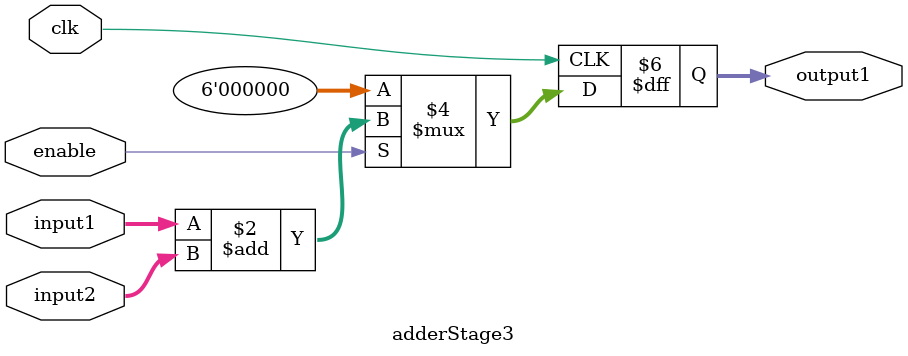
<source format=v>
`timescale 1ns / 1ps

module adderStage3(
    	input [4:0] input1,
    	input [4:0] input2,
    	output reg [5:0] output1,
	input enable,
    	input clk
    );

	always @ (posedge clk) begin
		if(enable) begin
			output1 <= input1 + input2;	
		end
		else begin
			output1 <= 0;	
		end
	end
	
endmodule

</source>
